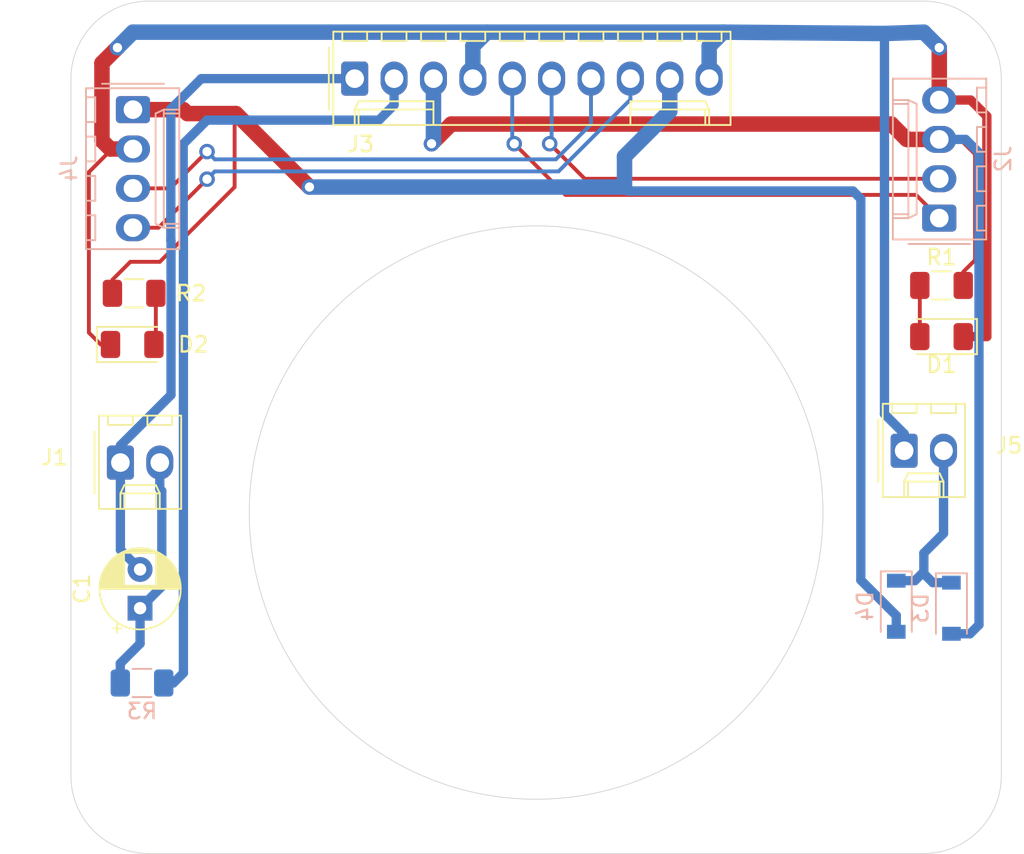
<source format=kicad_pcb>
(kicad_pcb (version 20171130) (host pcbnew "(5.1.5)-3")

  (general
    (thickness 1.6)
    (drawings 15)
    (tracks 135)
    (zones 0)
    (modules 17)
    (nets 14)
  )

  (page A4)
  (layers
    (0 F.Cu signal)
    (31 B.Cu signal)
    (32 B.Adhes user)
    (33 F.Adhes user)
    (34 B.Paste user)
    (35 F.Paste user)
    (36 B.SilkS user)
    (37 F.SilkS user)
    (38 B.Mask user)
    (39 F.Mask user)
    (40 Dwgs.User user)
    (41 Cmts.User user)
    (42 Eco1.User user)
    (43 Eco2.User user)
    (44 Edge.Cuts user)
    (45 Margin user)
    (46 B.CrtYd user)
    (47 F.CrtYd user)
    (48 B.Fab user)
    (49 F.Fab user)
  )

  (setup
    (last_trace_width 0.6)
    (user_trace_width 0.25)
    (user_trace_width 0.4)
    (user_trace_width 0.6)
    (user_trace_width 0.8)
    (user_trace_width 1)
    (trace_clearance 0.2)
    (zone_clearance 0.508)
    (zone_45_only no)
    (trace_min 0.2)
    (via_size 0.8)
    (via_drill 0.4)
    (via_min_size 0.4)
    (via_min_drill 0.3)
    (user_via 0.8 0.4)
    (user_via 1 0.6)
    (uvia_size 0.3)
    (uvia_drill 0.1)
    (uvias_allowed no)
    (uvia_min_size 0.2)
    (uvia_min_drill 0.1)
    (edge_width 0.05)
    (segment_width 0.2)
    (pcb_text_width 0.3)
    (pcb_text_size 1.5 1.5)
    (mod_edge_width 0.12)
    (mod_text_size 1 1)
    (mod_text_width 0.15)
    (pad_size 1.524 1.524)
    (pad_drill 0.762)
    (pad_to_mask_clearance 0.051)
    (solder_mask_min_width 0.25)
    (aux_axis_origin 0 0)
    (visible_elements 7FFFFFFF)
    (pcbplotparams
      (layerselection 0x010f0_ffffffff)
      (usegerberextensions false)
      (usegerberattributes false)
      (usegerberadvancedattributes false)
      (creategerberjobfile false)
      (excludeedgelayer true)
      (linewidth 0.100000)
      (plotframeref false)
      (viasonmask false)
      (mode 1)
      (useauxorigin false)
      (hpglpennumber 1)
      (hpglpenspeed 20)
      (hpglpendiameter 15.000000)
      (psnegative false)
      (psa4output false)
      (plotreference true)
      (plotvalue false)
      (plotinvisibletext false)
      (padsonsilk true)
      (subtractmaskfromsilk false)
      (outputformat 1)
      (mirror false)
      (drillshape 0)
      (scaleselection 1)
      (outputdirectory "gerber/"))
  )

  (net 0 "")
  (net 1 "Net-(C1-Pad1)")
  (net 2 /FAN-)
  (net 3 /HEAT1-A)
  (net 4 /HEAT1-B)
  (net 5 "Net-(D2-Pad2)")
  (net 6 /HEAT2-A)
  (net 7 /TEMP1-B)
  (net 8 /TEMP1-A)
  (net 9 /FAN+)
  (net 10 /TEMP2-A)
  (net 11 /TEMP2-B)
  (net 12 "Net-(D1-Pad2)")
  (net 13 "Net-(D3-Pad1)")

  (net_class Default "This is the default net class."
    (clearance 0.2)
    (trace_width 0.25)
    (via_dia 0.8)
    (via_drill 0.4)
    (uvia_dia 0.3)
    (uvia_drill 0.1)
    (add_net /FAN+)
    (add_net /FAN-)
    (add_net /HEAT1-A)
    (add_net /HEAT1-B)
    (add_net /HEAT2-A)
    (add_net /TEMP1-A)
    (add_net /TEMP1-B)
    (add_net /TEMP2-A)
    (add_net /TEMP2-B)
    (add_net "Net-(C1-Pad1)")
    (add_net "Net-(D1-Pad2)")
    (add_net "Net-(D2-Pad2)")
    (add_net "Net-(D3-Pad1)")
  )

  (module Diode_SMD:D_SOD-123 (layer B.Cu) (tedit 58645DC7) (tstamp 5E9119F6)
    (at 173.228 106.046 270)
    (descr SOD-123)
    (tags SOD-123)
    (path /5E910D10)
    (attr smd)
    (fp_text reference D4 (at 0 2 90) (layer B.SilkS)
      (effects (font (size 1 1) (thickness 0.15)) (justify mirror))
    )
    (fp_text value 1N4148W (at 0 -2.1 90) (layer B.Fab)
      (effects (font (size 1 1) (thickness 0.15)) (justify mirror))
    )
    (fp_line (start -2.25 1) (end 1.65 1) (layer B.SilkS) (width 0.12))
    (fp_line (start -2.25 -1) (end 1.65 -1) (layer B.SilkS) (width 0.12))
    (fp_line (start -2.35 1.15) (end -2.35 -1.15) (layer B.CrtYd) (width 0.05))
    (fp_line (start 2.35 -1.15) (end -2.35 -1.15) (layer B.CrtYd) (width 0.05))
    (fp_line (start 2.35 1.15) (end 2.35 -1.15) (layer B.CrtYd) (width 0.05))
    (fp_line (start -2.35 1.15) (end 2.35 1.15) (layer B.CrtYd) (width 0.05))
    (fp_line (start -1.4 0.9) (end 1.4 0.9) (layer B.Fab) (width 0.1))
    (fp_line (start 1.4 0.9) (end 1.4 -0.9) (layer B.Fab) (width 0.1))
    (fp_line (start 1.4 -0.9) (end -1.4 -0.9) (layer B.Fab) (width 0.1))
    (fp_line (start -1.4 -0.9) (end -1.4 0.9) (layer B.Fab) (width 0.1))
    (fp_line (start -0.75 0) (end -0.35 0) (layer B.Fab) (width 0.1))
    (fp_line (start -0.35 0) (end -0.35 0.55) (layer B.Fab) (width 0.1))
    (fp_line (start -0.35 0) (end -0.35 -0.55) (layer B.Fab) (width 0.1))
    (fp_line (start -0.35 0) (end 0.25 0.4) (layer B.Fab) (width 0.1))
    (fp_line (start 0.25 0.4) (end 0.25 -0.4) (layer B.Fab) (width 0.1))
    (fp_line (start 0.25 -0.4) (end -0.35 0) (layer B.Fab) (width 0.1))
    (fp_line (start 0.25 0) (end 0.75 0) (layer B.Fab) (width 0.1))
    (fp_line (start -2.25 1) (end -2.25 -1) (layer B.SilkS) (width 0.12))
    (fp_text user %R (at 0 2 90) (layer B.Fab)
      (effects (font (size 1 1) (thickness 0.15)) (justify mirror))
    )
    (pad 2 smd rect (at 1.65 0 270) (size 0.9 1.2) (layers B.Cu B.Paste B.Mask)
      (net 6 /HEAT2-A))
    (pad 1 smd rect (at -1.65 0 270) (size 0.9 1.2) (layers B.Cu B.Paste B.Mask)
      (net 13 "Net-(D3-Pad1)"))
    (model ${KISYS3DMOD}/Diode_SMD.3dshapes/D_SOD-123.wrl
      (at (xyz 0 0 0))
      (scale (xyz 1 1 1))
      (rotate (xyz 0 0 0))
    )
  )

  (module MountingHole:MountingHole_3.5mm (layer F.Cu) (tedit 56D1B4CB) (tstamp 5E9110B7)
    (at 134 116)
    (descr "Mounting Hole 3.5mm, no annular")
    (tags "mounting hole 3.5mm no annular")
    (attr virtual)
    (fp_text reference REF** (at 0 -4.5) (layer Dwgs.User)
      (effects (font (size 1 1) (thickness 0.15)))
    )
    (fp_text value MountingHole_3.5mm (at 0 4.5) (layer F.Fab)
      (effects (font (size 1 1) (thickness 0.15)))
    )
    (fp_circle (center 0 0) (end 3.75 0) (layer F.CrtYd) (width 0.05))
    (fp_circle (center 0 0) (end 3.5 0) (layer Cmts.User) (width 0.15))
    (fp_text user %R (at 0.3 0) (layer F.Fab)
      (effects (font (size 1 1) (thickness 0.15)))
    )
    (pad 1 np_thru_hole circle (at 0 0) (size 3.5 3.5) (drill 3.5) (layers *.Cu *.Mask))
  )

  (module MountingHole:MountingHole_3.5mm (layer F.Cu) (tedit 56D1B4CB) (tstamp 5E91109A)
    (at 166 116)
    (descr "Mounting Hole 3.5mm, no annular")
    (tags "mounting hole 3.5mm no annular")
    (attr virtual)
    (fp_text reference REF** (at 0 -4.5) (layer Dwgs.User)
      (effects (font (size 1 1) (thickness 0.15)))
    )
    (fp_text value MountingHole_3.5mm (at 0 4.5) (layer F.Fab)
      (effects (font (size 1 1) (thickness 0.15)))
    )
    (fp_circle (center 0 0) (end 3.75 0) (layer F.CrtYd) (width 0.05))
    (fp_circle (center 0 0) (end 3.5 0) (layer Cmts.User) (width 0.15))
    (fp_text user %R (at 0.3 0) (layer F.Fab)
      (effects (font (size 1 1) (thickness 0.15)))
    )
    (pad 1 np_thru_hole circle (at 0 0) (size 3.5 3.5) (drill 3.5) (layers *.Cu *.Mask))
  )

  (module MountingHole:MountingHole_3.5mm (layer F.Cu) (tedit 56D1B4CB) (tstamp 5E91107D)
    (at 166 84)
    (descr "Mounting Hole 3.5mm, no annular")
    (tags "mounting hole 3.5mm no annular")
    (attr virtual)
    (fp_text reference REF** (at 0 -4.5) (layer Dwgs.User)
      (effects (font (size 1 1) (thickness 0.15)))
    )
    (fp_text value MountingHole_3.5mm (at 0 4.5) (layer F.Fab)
      (effects (font (size 1 1) (thickness 0.15)))
    )
    (fp_circle (center 0 0) (end 3.75 0) (layer F.CrtYd) (width 0.05))
    (fp_circle (center 0 0) (end 3.5 0) (layer Cmts.User) (width 0.15))
    (fp_text user %R (at 0.3 0) (layer F.Fab)
      (effects (font (size 1 1) (thickness 0.15)))
    )
    (pad 1 np_thru_hole circle (at 0 0) (size 3.5 3.5) (drill 3.5) (layers *.Cu *.Mask))
  )

  (module MountingHole:MountingHole_3.5mm (layer F.Cu) (tedit 56D1B4CB) (tstamp 5E91105F)
    (at 134 84)
    (descr "Mounting Hole 3.5mm, no annular")
    (tags "mounting hole 3.5mm no annular")
    (attr virtual)
    (fp_text reference REF** (at 0 -4.5) (layer Dwgs.User)
      (effects (font (size 1 1) (thickness 0.15)))
    )
    (fp_text value MountingHole_3.5mm (at 0 4.5) (layer F.Fab)
      (effects (font (size 1 1) (thickness 0.15)))
    )
    (fp_circle (center 0 0) (end 3.75 0) (layer F.CrtYd) (width 0.05))
    (fp_circle (center 0 0) (end 3.5 0) (layer Cmts.User) (width 0.15))
    (fp_text user %R (at 0.3 0) (layer F.Fab)
      (effects (font (size 1 1) (thickness 0.15)))
    )
    (pad 1 np_thru_hole circle (at 0 0) (size 3.5 3.5) (drill 3.5) (layers *.Cu *.Mask))
  )

  (module Diode_SMD:D_SOD-123 (layer B.Cu) (tedit 58645DC7) (tstamp 5E9107CF)
    (at 176.784 106.172 270)
    (descr SOD-123)
    (tags SOD-123)
    (path /5E90DADB)
    (attr smd)
    (fp_text reference D3 (at 0 2 90) (layer B.SilkS)
      (effects (font (size 1 1) (thickness 0.15)) (justify mirror))
    )
    (fp_text value 1N4148W (at 0 -2.1 90) (layer B.Fab)
      (effects (font (size 1 1) (thickness 0.15)) (justify mirror))
    )
    (fp_text user %R (at 0 2 90) (layer B.Fab)
      (effects (font (size 1 1) (thickness 0.15)) (justify mirror))
    )
    (fp_line (start -2.25 1) (end -2.25 -1) (layer B.SilkS) (width 0.12))
    (fp_line (start 0.25 0) (end 0.75 0) (layer B.Fab) (width 0.1))
    (fp_line (start 0.25 -0.4) (end -0.35 0) (layer B.Fab) (width 0.1))
    (fp_line (start 0.25 0.4) (end 0.25 -0.4) (layer B.Fab) (width 0.1))
    (fp_line (start -0.35 0) (end 0.25 0.4) (layer B.Fab) (width 0.1))
    (fp_line (start -0.35 0) (end -0.35 -0.55) (layer B.Fab) (width 0.1))
    (fp_line (start -0.35 0) (end -0.35 0.55) (layer B.Fab) (width 0.1))
    (fp_line (start -0.75 0) (end -0.35 0) (layer B.Fab) (width 0.1))
    (fp_line (start -1.4 -0.9) (end -1.4 0.9) (layer B.Fab) (width 0.1))
    (fp_line (start 1.4 -0.9) (end -1.4 -0.9) (layer B.Fab) (width 0.1))
    (fp_line (start 1.4 0.9) (end 1.4 -0.9) (layer B.Fab) (width 0.1))
    (fp_line (start -1.4 0.9) (end 1.4 0.9) (layer B.Fab) (width 0.1))
    (fp_line (start -2.35 1.15) (end 2.35 1.15) (layer B.CrtYd) (width 0.05))
    (fp_line (start 2.35 1.15) (end 2.35 -1.15) (layer B.CrtYd) (width 0.05))
    (fp_line (start 2.35 -1.15) (end -2.35 -1.15) (layer B.CrtYd) (width 0.05))
    (fp_line (start -2.35 1.15) (end -2.35 -1.15) (layer B.CrtYd) (width 0.05))
    (fp_line (start -2.25 -1) (end 1.65 -1) (layer B.SilkS) (width 0.12))
    (fp_line (start -2.25 1) (end 1.65 1) (layer B.SilkS) (width 0.12))
    (pad 1 smd rect (at -1.65 0 270) (size 0.9 1.2) (layers B.Cu B.Paste B.Mask)
      (net 13 "Net-(D3-Pad1)"))
    (pad 2 smd rect (at 1.65 0 270) (size 0.9 1.2) (layers B.Cu B.Paste B.Mask)
      (net 3 /HEAT1-A))
    (model ${KISYS3DMOD}/Diode_SMD.3dshapes/D_SOD-123.wrl
      (at (xyz 0 0 0))
      (scale (xyz 1 1 1))
      (rotate (xyz 0 0 0))
    )
  )

  (module Connector_Molex:Molex_KK-254_AE-6410-02A_1x02_P2.54mm_Vertical (layer F.Cu) (tedit 5B78013E) (tstamp 5EA09D4A)
    (at 123.19 96.774)
    (descr "Molex KK-254 Interconnect System, old/engineering part number: AE-6410-02A example for new part number: 22-27-2021, 2 Pins (http://www.molex.com/pdm_docs/sd/022272021_sd.pdf), generated with kicad-footprint-generator")
    (tags "connector Molex KK-254 side entry")
    (path /5E8A752F)
    (fp_text reference J1 (at -4.25 -0.34) (layer F.SilkS)
      (effects (font (size 1 1) (thickness 0.15)))
    )
    (fp_text value Part-2 (at 1.27 4.08) (layer F.Fab)
      (effects (font (size 1 1) (thickness 0.15)))
    )
    (fp_text user %R (at 1.27 -2.22) (layer F.Fab)
      (effects (font (size 1 1) (thickness 0.15)))
    )
    (fp_line (start 4.31 -3.42) (end -1.77 -3.42) (layer F.CrtYd) (width 0.05))
    (fp_line (start 4.31 3.38) (end 4.31 -3.42) (layer F.CrtYd) (width 0.05))
    (fp_line (start -1.77 3.38) (end 4.31 3.38) (layer F.CrtYd) (width 0.05))
    (fp_line (start -1.77 -3.42) (end -1.77 3.38) (layer F.CrtYd) (width 0.05))
    (fp_line (start 3.34 -2.43) (end 3.34 -3.03) (layer F.SilkS) (width 0.12))
    (fp_line (start 1.74 -2.43) (end 3.34 -2.43) (layer F.SilkS) (width 0.12))
    (fp_line (start 1.74 -3.03) (end 1.74 -2.43) (layer F.SilkS) (width 0.12))
    (fp_line (start 0.8 -2.43) (end 0.8 -3.03) (layer F.SilkS) (width 0.12))
    (fp_line (start -0.8 -2.43) (end 0.8 -2.43) (layer F.SilkS) (width 0.12))
    (fp_line (start -0.8 -3.03) (end -0.8 -2.43) (layer F.SilkS) (width 0.12))
    (fp_line (start 2.29 2.99) (end 2.29 1.99) (layer F.SilkS) (width 0.12))
    (fp_line (start 0.25 2.99) (end 0.25 1.99) (layer F.SilkS) (width 0.12))
    (fp_line (start 2.29 1.46) (end 2.54 1.99) (layer F.SilkS) (width 0.12))
    (fp_line (start 0.25 1.46) (end 2.29 1.46) (layer F.SilkS) (width 0.12))
    (fp_line (start 0 1.99) (end 0.25 1.46) (layer F.SilkS) (width 0.12))
    (fp_line (start 2.54 1.99) (end 2.54 2.99) (layer F.SilkS) (width 0.12))
    (fp_line (start 0 1.99) (end 2.54 1.99) (layer F.SilkS) (width 0.12))
    (fp_line (start 0 2.99) (end 0 1.99) (layer F.SilkS) (width 0.12))
    (fp_line (start -0.562893 0) (end -1.27 0.5) (layer F.Fab) (width 0.1))
    (fp_line (start -1.27 -0.5) (end -0.562893 0) (layer F.Fab) (width 0.1))
    (fp_line (start -1.67 -2) (end -1.67 2) (layer F.SilkS) (width 0.12))
    (fp_line (start 3.92 -3.03) (end -1.38 -3.03) (layer F.SilkS) (width 0.12))
    (fp_line (start 3.92 2.99) (end 3.92 -3.03) (layer F.SilkS) (width 0.12))
    (fp_line (start -1.38 2.99) (end 3.92 2.99) (layer F.SilkS) (width 0.12))
    (fp_line (start -1.38 -3.03) (end -1.38 2.99) (layer F.SilkS) (width 0.12))
    (fp_line (start 3.81 -2.92) (end -1.27 -2.92) (layer F.Fab) (width 0.1))
    (fp_line (start 3.81 2.88) (end 3.81 -2.92) (layer F.Fab) (width 0.1))
    (fp_line (start -1.27 2.88) (end 3.81 2.88) (layer F.Fab) (width 0.1))
    (fp_line (start -1.27 -2.92) (end -1.27 2.88) (layer F.Fab) (width 0.1))
    (pad 2 thru_hole oval (at 2.54 0) (size 1.74 2.2) (drill 1.2) (layers *.Cu *.Mask)
      (net 1 "Net-(C1-Pad1)"))
    (pad 1 thru_hole roundrect (at 0 0) (size 1.74 2.2) (drill 1.2) (layers *.Cu *.Mask) (roundrect_rratio 0.143678)
      (net 2 /FAN-))
    (model ${KISYS3DMOD}/Connector_Molex.3dshapes/Molex_KK-254_AE-6410-02A_1x02_P2.54mm_Vertical.wrl
      (at (xyz 0 0 0))
      (scale (xyz 1 1 1))
      (rotate (xyz 0 0 0))
    )
  )

  (module Connector_Molex:Molex_KK-254_AE-6410-04A_1x04_P2.54mm_Vertical (layer B.Cu) (tedit 5B78013E) (tstamp 5E910870)
    (at 176 81 90)
    (descr "Molex KK-254 Interconnect System, old/engineering part number: AE-6410-04A example for new part number: 22-27-2041, 4 Pins (http://www.molex.com/pdm_docs/sd/022272021_sd.pdf), generated with kicad-footprint-generator")
    (tags "connector Molex KK-254 side entry")
    (path /5E93778F)
    (fp_text reference J2 (at 3.81 4.12 270) (layer B.SilkS)
      (effects (font (size 1 1) (thickness 0.15)) (justify mirror))
    )
    (fp_text value HEAT1 (at 3.81 -4.08 270) (layer B.Fab)
      (effects (font (size 1 1) (thickness 0.15)) (justify mirror))
    )
    (fp_line (start -1.27 2.92) (end -1.27 -2.88) (layer B.Fab) (width 0.1))
    (fp_line (start -1.27 -2.88) (end 8.89 -2.88) (layer B.Fab) (width 0.1))
    (fp_line (start 8.89 -2.88) (end 8.89 2.92) (layer B.Fab) (width 0.1))
    (fp_line (start 8.89 2.92) (end -1.27 2.92) (layer B.Fab) (width 0.1))
    (fp_line (start -1.38 3.03) (end -1.38 -2.99) (layer B.SilkS) (width 0.12))
    (fp_line (start -1.38 -2.99) (end 9 -2.99) (layer B.SilkS) (width 0.12))
    (fp_line (start 9 -2.99) (end 9 3.03) (layer B.SilkS) (width 0.12))
    (fp_line (start 9 3.03) (end -1.38 3.03) (layer B.SilkS) (width 0.12))
    (fp_line (start -1.67 2) (end -1.67 -2) (layer B.SilkS) (width 0.12))
    (fp_line (start -1.27 0.5) (end -0.562893 0) (layer B.Fab) (width 0.1))
    (fp_line (start -0.562893 0) (end -1.27 -0.5) (layer B.Fab) (width 0.1))
    (fp_line (start 0 -2.99) (end 0 -1.99) (layer B.SilkS) (width 0.12))
    (fp_line (start 0 -1.99) (end 7.62 -1.99) (layer B.SilkS) (width 0.12))
    (fp_line (start 7.62 -1.99) (end 7.62 -2.99) (layer B.SilkS) (width 0.12))
    (fp_line (start 0 -1.99) (end 0.25 -1.46) (layer B.SilkS) (width 0.12))
    (fp_line (start 0.25 -1.46) (end 7.37 -1.46) (layer B.SilkS) (width 0.12))
    (fp_line (start 7.37 -1.46) (end 7.62 -1.99) (layer B.SilkS) (width 0.12))
    (fp_line (start 0.25 -2.99) (end 0.25 -1.99) (layer B.SilkS) (width 0.12))
    (fp_line (start 7.37 -2.99) (end 7.37 -1.99) (layer B.SilkS) (width 0.12))
    (fp_line (start -0.8 3.03) (end -0.8 2.43) (layer B.SilkS) (width 0.12))
    (fp_line (start -0.8 2.43) (end 0.8 2.43) (layer B.SilkS) (width 0.12))
    (fp_line (start 0.8 2.43) (end 0.8 3.03) (layer B.SilkS) (width 0.12))
    (fp_line (start 1.74 3.03) (end 1.74 2.43) (layer B.SilkS) (width 0.12))
    (fp_line (start 1.74 2.43) (end 3.34 2.43) (layer B.SilkS) (width 0.12))
    (fp_line (start 3.34 2.43) (end 3.34 3.03) (layer B.SilkS) (width 0.12))
    (fp_line (start 4.28 3.03) (end 4.28 2.43) (layer B.SilkS) (width 0.12))
    (fp_line (start 4.28 2.43) (end 5.88 2.43) (layer B.SilkS) (width 0.12))
    (fp_line (start 5.88 2.43) (end 5.88 3.03) (layer B.SilkS) (width 0.12))
    (fp_line (start 6.82 3.03) (end 6.82 2.43) (layer B.SilkS) (width 0.12))
    (fp_line (start 6.82 2.43) (end 8.42 2.43) (layer B.SilkS) (width 0.12))
    (fp_line (start 8.42 2.43) (end 8.42 3.03) (layer B.SilkS) (width 0.12))
    (fp_line (start -1.77 3.42) (end -1.77 -3.38) (layer B.CrtYd) (width 0.05))
    (fp_line (start -1.77 -3.38) (end 9.39 -3.38) (layer B.CrtYd) (width 0.05))
    (fp_line (start 9.39 -3.38) (end 9.39 3.42) (layer B.CrtYd) (width 0.05))
    (fp_line (start 9.39 3.42) (end -1.77 3.42) (layer B.CrtYd) (width 0.05))
    (fp_text user %R (at 7.105999 -0.209999 270) (layer B.Fab)
      (effects (font (size 1 1) (thickness 0.15)) (justify mirror))
    )
    (pad 1 thru_hole roundrect (at 0 0 90) (size 1.74 2.2) (drill 1.2) (layers *.Cu *.Mask) (roundrect_rratio 0.143678)
      (net 8 /TEMP1-A))
    (pad 2 thru_hole oval (at 2.54 0 90) (size 1.74 2.2) (drill 1.2) (layers *.Cu *.Mask)
      (net 7 /TEMP1-B))
    (pad 3 thru_hole oval (at 5.08 0 90) (size 1.74 2.2) (drill 1.2) (layers *.Cu *.Mask)
      (net 3 /HEAT1-A))
    (pad 4 thru_hole oval (at 7.62 0 90) (size 1.74 2.2) (drill 1.2) (layers *.Cu *.Mask)
      (net 4 /HEAT1-B))
    (model ${KISYS3DMOD}/Connector_Molex.3dshapes/Molex_KK-254_AE-6410-04A_1x04_P2.54mm_Vertical.wrl
      (at (xyz 0 0 0))
      (scale (xyz 1 1 1))
      (rotate (xyz 0 0 0))
    )
  )

  (module Connector_Molex:Molex_KK-254_AE-6410-10A_1x10_P2.54mm_Vertical (layer F.Cu) (tedit 5B78013E) (tstamp 5E9108BA)
    (at 138.3 72)
    (descr "Molex KK-254 Interconnect System, old/engineering part number: AE-6410-10A example for new part number: 22-27-2101, 10 Pins (http://www.molex.com/pdm_docs/sd/022272021_sd.pdf), generated with kicad-footprint-generator")
    (tags "connector Molex KK-254 side entry")
    (path /5E89E17A)
    (fp_text reference J3 (at 0.388 4.232) (layer F.SilkS)
      (effects (font (size 1 1) (thickness 0.15)))
    )
    (fp_text value RemoteHeader_10 (at 11.43 4.08) (layer F.Fab)
      (effects (font (size 1 1) (thickness 0.15)))
    )
    (fp_line (start -1.27 -2.92) (end -1.27 2.88) (layer F.Fab) (width 0.1))
    (fp_line (start -1.27 2.88) (end 24.13 2.88) (layer F.Fab) (width 0.1))
    (fp_line (start 24.13 2.88) (end 24.13 -2.92) (layer F.Fab) (width 0.1))
    (fp_line (start 24.13 -2.92) (end -1.27 -2.92) (layer F.Fab) (width 0.1))
    (fp_line (start -1.38 -3.03) (end -1.38 2.99) (layer F.SilkS) (width 0.12))
    (fp_line (start -1.38 2.99) (end 24.24 2.99) (layer F.SilkS) (width 0.12))
    (fp_line (start 24.24 2.99) (end 24.24 -3.03) (layer F.SilkS) (width 0.12))
    (fp_line (start 24.24 -3.03) (end -1.38 -3.03) (layer F.SilkS) (width 0.12))
    (fp_line (start -1.67 -2) (end -1.67 2) (layer F.SilkS) (width 0.12))
    (fp_line (start -1.27 -0.5) (end -0.562893 0) (layer F.Fab) (width 0.1))
    (fp_line (start -0.562893 0) (end -1.27 0.5) (layer F.Fab) (width 0.1))
    (fp_line (start 0 2.99) (end 0 1.99) (layer F.SilkS) (width 0.12))
    (fp_line (start 0 1.99) (end 5.08 1.99) (layer F.SilkS) (width 0.12))
    (fp_line (start 5.08 1.99) (end 5.08 2.99) (layer F.SilkS) (width 0.12))
    (fp_line (start 0 1.99) (end 0.25 1.46) (layer F.SilkS) (width 0.12))
    (fp_line (start 0.25 1.46) (end 5.08 1.46) (layer F.SilkS) (width 0.12))
    (fp_line (start 5.08 1.46) (end 5.08 1.99) (layer F.SilkS) (width 0.12))
    (fp_line (start 0.25 2.99) (end 0.25 1.99) (layer F.SilkS) (width 0.12))
    (fp_line (start 22.86 2.99) (end 22.86 1.99) (layer F.SilkS) (width 0.12))
    (fp_line (start 22.86 1.99) (end 17.78 1.99) (layer F.SilkS) (width 0.12))
    (fp_line (start 17.78 1.99) (end 17.78 2.99) (layer F.SilkS) (width 0.12))
    (fp_line (start 22.86 1.99) (end 22.61 1.46) (layer F.SilkS) (width 0.12))
    (fp_line (start 22.61 1.46) (end 17.78 1.46) (layer F.SilkS) (width 0.12))
    (fp_line (start 17.78 1.46) (end 17.78 1.99) (layer F.SilkS) (width 0.12))
    (fp_line (start 22.61 2.99) (end 22.61 1.99) (layer F.SilkS) (width 0.12))
    (fp_line (start -0.8 -3.03) (end -0.8 -2.43) (layer F.SilkS) (width 0.12))
    (fp_line (start -0.8 -2.43) (end 0.8 -2.43) (layer F.SilkS) (width 0.12))
    (fp_line (start 0.8 -2.43) (end 0.8 -3.03) (layer F.SilkS) (width 0.12))
    (fp_line (start 1.74 -3.03) (end 1.74 -2.43) (layer F.SilkS) (width 0.12))
    (fp_line (start 1.74 -2.43) (end 3.34 -2.43) (layer F.SilkS) (width 0.12))
    (fp_line (start 3.34 -2.43) (end 3.34 -3.03) (layer F.SilkS) (width 0.12))
    (fp_line (start 4.28 -3.03) (end 4.28 -2.43) (layer F.SilkS) (width 0.12))
    (fp_line (start 4.28 -2.43) (end 5.88 -2.43) (layer F.SilkS) (width 0.12))
    (fp_line (start 5.88 -2.43) (end 5.88 -3.03) (layer F.SilkS) (width 0.12))
    (fp_line (start 6.82 -3.03) (end 6.82 -2.43) (layer F.SilkS) (width 0.12))
    (fp_line (start 6.82 -2.43) (end 8.42 -2.43) (layer F.SilkS) (width 0.12))
    (fp_line (start 8.42 -2.43) (end 8.42 -3.03) (layer F.SilkS) (width 0.12))
    (fp_line (start 9.36 -3.03) (end 9.36 -2.43) (layer F.SilkS) (width 0.12))
    (fp_line (start 9.36 -2.43) (end 10.96 -2.43) (layer F.SilkS) (width 0.12))
    (fp_line (start 10.96 -2.43) (end 10.96 -3.03) (layer F.SilkS) (width 0.12))
    (fp_line (start 11.9 -3.03) (end 11.9 -2.43) (layer F.SilkS) (width 0.12))
    (fp_line (start 11.9 -2.43) (end 13.5 -2.43) (layer F.SilkS) (width 0.12))
    (fp_line (start 13.5 -2.43) (end 13.5 -3.03) (layer F.SilkS) (width 0.12))
    (fp_line (start 14.44 -3.03) (end 14.44 -2.43) (layer F.SilkS) (width 0.12))
    (fp_line (start 14.44 -2.43) (end 16.04 -2.43) (layer F.SilkS) (width 0.12))
    (fp_line (start 16.04 -2.43) (end 16.04 -3.03) (layer F.SilkS) (width 0.12))
    (fp_line (start 16.98 -3.03) (end 16.98 -2.43) (layer F.SilkS) (width 0.12))
    (fp_line (start 16.98 -2.43) (end 18.58 -2.43) (layer F.SilkS) (width 0.12))
    (fp_line (start 18.58 -2.43) (end 18.58 -3.03) (layer F.SilkS) (width 0.12))
    (fp_line (start 19.52 -3.03) (end 19.52 -2.43) (layer F.SilkS) (width 0.12))
    (fp_line (start 19.52 -2.43) (end 21.12 -2.43) (layer F.SilkS) (width 0.12))
    (fp_line (start 21.12 -2.43) (end 21.12 -3.03) (layer F.SilkS) (width 0.12))
    (fp_line (start 22.06 -3.03) (end 22.06 -2.43) (layer F.SilkS) (width 0.12))
    (fp_line (start 22.06 -2.43) (end 23.66 -2.43) (layer F.SilkS) (width 0.12))
    (fp_line (start 23.66 -2.43) (end 23.66 -3.03) (layer F.SilkS) (width 0.12))
    (fp_line (start -1.77 -3.42) (end -1.77 3.38) (layer F.CrtYd) (width 0.05))
    (fp_line (start -1.77 3.38) (end 24.63 3.38) (layer F.CrtYd) (width 0.05))
    (fp_line (start 24.63 3.38) (end 24.63 -3.42) (layer F.CrtYd) (width 0.05))
    (fp_line (start 24.63 -3.42) (end -1.77 -3.42) (layer F.CrtYd) (width 0.05))
    (fp_text user %R (at 11.43 -2.22) (layer F.Fab)
      (effects (font (size 1 1) (thickness 0.15)))
    )
    (pad 1 thru_hole roundrect (at 0 0) (size 1.74 2.2) (drill 1.2) (layers *.Cu *.Mask) (roundrect_rratio 0.143678)
      (net 2 /FAN-))
    (pad 2 thru_hole oval (at 2.54 0) (size 1.74 2.2) (drill 1.2) (layers *.Cu *.Mask)
      (net 9 /FAN+))
    (pad 3 thru_hole oval (at 5.08 0) (size 1.74 2.2) (drill 1.2) (layers *.Cu *.Mask)
      (net 3 /HEAT1-A))
    (pad 4 thru_hole oval (at 7.62 0) (size 1.74 2.2) (drill 1.2) (layers *.Cu *.Mask)
      (net 4 /HEAT1-B))
    (pad 5 thru_hole oval (at 10.16 0) (size 1.74 2.2) (drill 1.2) (layers *.Cu *.Mask)
      (net 8 /TEMP1-A))
    (pad 6 thru_hole oval (at 12.7 0) (size 1.74 2.2) (drill 1.2) (layers *.Cu *.Mask)
      (net 7 /TEMP1-B))
    (pad 7 thru_hole oval (at 15.24 0) (size 1.74 2.2) (drill 1.2) (layers *.Cu *.Mask)
      (net 10 /TEMP2-A))
    (pad 8 thru_hole oval (at 17.78 0) (size 1.74 2.2) (drill 1.2) (layers *.Cu *.Mask)
      (net 11 /TEMP2-B))
    (pad 9 thru_hole oval (at 20.32 0) (size 1.74 2.2) (drill 1.2) (layers *.Cu *.Mask)
      (net 6 /HEAT2-A))
    (pad 10 thru_hole oval (at 22.86 0) (size 1.74 2.2) (drill 1.2) (layers *.Cu *.Mask)
      (net 4 /HEAT1-B))
    (model ${KISYS3DMOD}/Connector_Molex.3dshapes/Molex_KK-254_AE-6410-10A_1x10_P2.54mm_Vertical.wrl
      (at (xyz 0 0 0))
      (scale (xyz 1 1 1))
      (rotate (xyz 0 0 0))
    )
  )

  (module Connector_Molex:Molex_KK-254_AE-6410-04A_1x04_P2.54mm_Vertical (layer B.Cu) (tedit 5B78013E) (tstamp 5E9113F0)
    (at 124 74 270)
    (descr "Molex KK-254 Interconnect System, old/engineering part number: AE-6410-04A example for new part number: 22-27-2041, 4 Pins (http://www.molex.com/pdm_docs/sd/022272021_sd.pdf), generated with kicad-footprint-generator")
    (tags "connector Molex KK-254 side entry")
    (path /5E93AC82)
    (fp_text reference J4 (at 3.81 4.12 90) (layer B.SilkS)
      (effects (font (size 1 1) (thickness 0.15)) (justify mirror))
    )
    (fp_text value HEAT2 (at 3.81 -4.08 90) (layer B.Fab)
      (effects (font (size 1 1) (thickness 0.15)) (justify mirror))
    )
    (fp_text user %R (at 3.81 2.22 90) (layer B.Fab)
      (effects (font (size 1 1) (thickness 0.15)) (justify mirror))
    )
    (fp_line (start 9.39 3.42) (end -1.77 3.42) (layer B.CrtYd) (width 0.05))
    (fp_line (start 9.39 -3.38) (end 9.39 3.42) (layer B.CrtYd) (width 0.05))
    (fp_line (start -1.77 -3.38) (end 9.39 -3.38) (layer B.CrtYd) (width 0.05))
    (fp_line (start -1.77 3.42) (end -1.77 -3.38) (layer B.CrtYd) (width 0.05))
    (fp_line (start 8.42 2.43) (end 8.42 3.03) (layer B.SilkS) (width 0.12))
    (fp_line (start 6.82 2.43) (end 8.42 2.43) (layer B.SilkS) (width 0.12))
    (fp_line (start 6.82 3.03) (end 6.82 2.43) (layer B.SilkS) (width 0.12))
    (fp_line (start 5.88 2.43) (end 5.88 3.03) (layer B.SilkS) (width 0.12))
    (fp_line (start 4.28 2.43) (end 5.88 2.43) (layer B.SilkS) (width 0.12))
    (fp_line (start 4.28 3.03) (end 4.28 2.43) (layer B.SilkS) (width 0.12))
    (fp_line (start 3.34 2.43) (end 3.34 3.03) (layer B.SilkS) (width 0.12))
    (fp_line (start 1.74 2.43) (end 3.34 2.43) (layer B.SilkS) (width 0.12))
    (fp_line (start 1.74 3.03) (end 1.74 2.43) (layer B.SilkS) (width 0.12))
    (fp_line (start 0.8 2.43) (end 0.8 3.03) (layer B.SilkS) (width 0.12))
    (fp_line (start -0.8 2.43) (end 0.8 2.43) (layer B.SilkS) (width 0.12))
    (fp_line (start -0.8 3.03) (end -0.8 2.43) (layer B.SilkS) (width 0.12))
    (fp_line (start 7.37 -2.99) (end 7.37 -1.99) (layer B.SilkS) (width 0.12))
    (fp_line (start 0.25 -2.99) (end 0.25 -1.99) (layer B.SilkS) (width 0.12))
    (fp_line (start 7.37 -1.46) (end 7.62 -1.99) (layer B.SilkS) (width 0.12))
    (fp_line (start 0.25 -1.46) (end 7.37 -1.46) (layer B.SilkS) (width 0.12))
    (fp_line (start 0 -1.99) (end 0.25 -1.46) (layer B.SilkS) (width 0.12))
    (fp_line (start 7.62 -1.99) (end 7.62 -2.99) (layer B.SilkS) (width 0.12))
    (fp_line (start 0 -1.99) (end 7.62 -1.99) (layer B.SilkS) (width 0.12))
    (fp_line (start 0 -2.99) (end 0 -1.99) (layer B.SilkS) (width 0.12))
    (fp_line (start -0.562893 0) (end -1.27 -0.5) (layer B.Fab) (width 0.1))
    (fp_line (start -1.27 0.5) (end -0.562893 0) (layer B.Fab) (width 0.1))
    (fp_line (start -1.67 2) (end -1.67 -2) (layer B.SilkS) (width 0.12))
    (fp_line (start 9 3.03) (end -1.38 3.03) (layer B.SilkS) (width 0.12))
    (fp_line (start 9 -2.99) (end 9 3.03) (layer B.SilkS) (width 0.12))
    (fp_line (start -1.38 -2.99) (end 9 -2.99) (layer B.SilkS) (width 0.12))
    (fp_line (start -1.38 3.03) (end -1.38 -2.99) (layer B.SilkS) (width 0.12))
    (fp_line (start 8.89 2.92) (end -1.27 2.92) (layer B.Fab) (width 0.1))
    (fp_line (start 8.89 -2.88) (end 8.89 2.92) (layer B.Fab) (width 0.1))
    (fp_line (start -1.27 -2.88) (end 8.89 -2.88) (layer B.Fab) (width 0.1))
    (fp_line (start -1.27 2.92) (end -1.27 -2.88) (layer B.Fab) (width 0.1))
    (pad 4 thru_hole oval (at 7.62 0 270) (size 1.74 2.2) (drill 1.2) (layers *.Cu *.Mask)
      (net 11 /TEMP2-B))
    (pad 3 thru_hole oval (at 5.08 0 270) (size 1.74 2.2) (drill 1.2) (layers *.Cu *.Mask)
      (net 10 /TEMP2-A))
    (pad 2 thru_hole oval (at 2.54 0 270) (size 1.74 2.2) (drill 1.2) (layers *.Cu *.Mask)
      (net 4 /HEAT1-B))
    (pad 1 thru_hole roundrect (at 0 0 270) (size 1.74 2.2) (drill 1.2) (layers *.Cu *.Mask) (roundrect_rratio 0.143678)
      (net 6 /HEAT2-A))
    (model ${KISYS3DMOD}/Connector_Molex.3dshapes/Molex_KK-254_AE-6410-04A_1x04_P2.54mm_Vertical.wrl
      (at (xyz 0 0 0))
      (scale (xyz 1 1 1))
      (rotate (xyz 0 0 0))
    )
  )

  (module Connector_Molex:Molex_KK-254_AE-6410-02A_1x02_P2.54mm_Vertical (layer F.Cu) (tedit 5B78013E) (tstamp 5E91090A)
    (at 173.736 96.012)
    (descr "Molex KK-254 Interconnect System, old/engineering part number: AE-6410-02A example for new part number: 22-27-2021, 2 Pins (http://www.molex.com/pdm_docs/sd/022272021_sd.pdf), generated with kicad-footprint-generator")
    (tags "connector Molex KK-254 side entry")
    (path /5E8A74B8)
    (fp_text reference J5 (at 6.76 -0.34) (layer F.SilkS)
      (effects (font (size 1 1) (thickness 0.15)))
    )
    (fp_text value Cool-1 (at 1.27 4.08) (layer F.Fab)
      (effects (font (size 1 1) (thickness 0.15)))
    )
    (fp_line (start -1.27 -2.92) (end -1.27 2.88) (layer F.Fab) (width 0.1))
    (fp_line (start -1.27 2.88) (end 3.81 2.88) (layer F.Fab) (width 0.1))
    (fp_line (start 3.81 2.88) (end 3.81 -2.92) (layer F.Fab) (width 0.1))
    (fp_line (start 3.81 -2.92) (end -1.27 -2.92) (layer F.Fab) (width 0.1))
    (fp_line (start -1.38 -3.03) (end -1.38 2.99) (layer F.SilkS) (width 0.12))
    (fp_line (start -1.38 2.99) (end 3.92 2.99) (layer F.SilkS) (width 0.12))
    (fp_line (start 3.92 2.99) (end 3.92 -3.03) (layer F.SilkS) (width 0.12))
    (fp_line (start 3.92 -3.03) (end -1.38 -3.03) (layer F.SilkS) (width 0.12))
    (fp_line (start -1.67 -2) (end -1.67 2) (layer F.SilkS) (width 0.12))
    (fp_line (start -1.27 -0.5) (end -0.562893 0) (layer F.Fab) (width 0.1))
    (fp_line (start -0.562893 0) (end -1.27 0.5) (layer F.Fab) (width 0.1))
    (fp_line (start 0 2.99) (end 0 1.99) (layer F.SilkS) (width 0.12))
    (fp_line (start 0 1.99) (end 2.54 1.99) (layer F.SilkS) (width 0.12))
    (fp_line (start 2.54 1.99) (end 2.54 2.99) (layer F.SilkS) (width 0.12))
    (fp_line (start 0 1.99) (end 0.25 1.46) (layer F.SilkS) (width 0.12))
    (fp_line (start 0.25 1.46) (end 2.29 1.46) (layer F.SilkS) (width 0.12))
    (fp_line (start 2.29 1.46) (end 2.54 1.99) (layer F.SilkS) (width 0.12))
    (fp_line (start 0.25 2.99) (end 0.25 1.99) (layer F.SilkS) (width 0.12))
    (fp_line (start 2.29 2.99) (end 2.29 1.99) (layer F.SilkS) (width 0.12))
    (fp_line (start -0.8 -3.03) (end -0.8 -2.43) (layer F.SilkS) (width 0.12))
    (fp_line (start -0.8 -2.43) (end 0.8 -2.43) (layer F.SilkS) (width 0.12))
    (fp_line (start 0.8 -2.43) (end 0.8 -3.03) (layer F.SilkS) (width 0.12))
    (fp_line (start 1.74 -3.03) (end 1.74 -2.43) (layer F.SilkS) (width 0.12))
    (fp_line (start 1.74 -2.43) (end 3.34 -2.43) (layer F.SilkS) (width 0.12))
    (fp_line (start 3.34 -2.43) (end 3.34 -3.03) (layer F.SilkS) (width 0.12))
    (fp_line (start -1.77 -3.42) (end -1.77 3.38) (layer F.CrtYd) (width 0.05))
    (fp_line (start -1.77 3.38) (end 4.31 3.38) (layer F.CrtYd) (width 0.05))
    (fp_line (start 4.31 3.38) (end 4.31 -3.42) (layer F.CrtYd) (width 0.05))
    (fp_line (start 4.31 -3.42) (end -1.77 -3.42) (layer F.CrtYd) (width 0.05))
    (fp_text user %R (at 1.27 -2.22) (layer F.Fab)
      (effects (font (size 1 1) (thickness 0.15)))
    )
    (pad 1 thru_hole roundrect (at 0 0) (size 1.74 2.2) (drill 1.2) (layers *.Cu *.Mask) (roundrect_rratio 0.143678)
      (net 4 /HEAT1-B))
    (pad 2 thru_hole oval (at 2.54 0) (size 1.74 2.2) (drill 1.2) (layers *.Cu *.Mask)
      (net 13 "Net-(D3-Pad1)"))
    (model ${KISYS3DMOD}/Connector_Molex.3dshapes/Molex_KK-254_AE-6410-02A_1x02_P2.54mm_Vertical.wrl
      (at (xyz 0 0 0))
      (scale (xyz 1 1 1))
      (rotate (xyz 0 0 0))
    )
  )

  (module Resistor_SMD:R_1206_3216Metric (layer F.Cu) (tedit 5B301BBD) (tstamp 5E91091B)
    (at 176.146 85.344)
    (descr "Resistor SMD 1206 (3216 Metric), square (rectangular) end terminal, IPC_7351 nominal, (Body size source: http://www.tortai-tech.com/upload/download/2011102023233369053.pdf), generated with kicad-footprint-generator")
    (tags resistor)
    (path /5E8A0FF5)
    (attr smd)
    (fp_text reference R1 (at 0 -1.82) (layer F.SilkS)
      (effects (font (size 1 1) (thickness 0.15)))
    )
    (fp_text value 680 (at 0 1.82) (layer F.Fab)
      (effects (font (size 1 1) (thickness 0.15)))
    )
    (fp_line (start -1.6 0.8) (end -1.6 -0.8) (layer F.Fab) (width 0.1))
    (fp_line (start -1.6 -0.8) (end 1.6 -0.8) (layer F.Fab) (width 0.1))
    (fp_line (start 1.6 -0.8) (end 1.6 0.8) (layer F.Fab) (width 0.1))
    (fp_line (start 1.6 0.8) (end -1.6 0.8) (layer F.Fab) (width 0.1))
    (fp_line (start -0.602064 -0.91) (end 0.602064 -0.91) (layer F.SilkS) (width 0.12))
    (fp_line (start -0.602064 0.91) (end 0.602064 0.91) (layer F.SilkS) (width 0.12))
    (fp_line (start -2.28 1.12) (end -2.28 -1.12) (layer F.CrtYd) (width 0.05))
    (fp_line (start -2.28 -1.12) (end 2.28 -1.12) (layer F.CrtYd) (width 0.05))
    (fp_line (start 2.28 -1.12) (end 2.28 1.12) (layer F.CrtYd) (width 0.05))
    (fp_line (start 2.28 1.12) (end -2.28 1.12) (layer F.CrtYd) (width 0.05))
    (fp_text user %R (at 0 0) (layer F.Fab)
      (effects (font (size 0.8 0.8) (thickness 0.12)))
    )
    (pad 1 smd roundrect (at -1.4 0) (size 1.25 1.75) (layers F.Cu F.Paste F.Mask) (roundrect_rratio 0.2)
      (net 12 "Net-(D1-Pad2)"))
    (pad 2 smd roundrect (at 1.4 0) (size 1.25 1.75) (layers F.Cu F.Paste F.Mask) (roundrect_rratio 0.2)
      (net 3 /HEAT1-A))
    (model ${KISYS3DMOD}/Resistor_SMD.3dshapes/R_1206_3216Metric.wrl
      (at (xyz 0 0 0))
      (scale (xyz 1 1 1))
      (rotate (xyz 0 0 0))
    )
  )

  (module Resistor_SMD:R_1206_3216Metric (layer B.Cu) (tedit 5B301BBD) (tstamp 5EA08153)
    (at 124.584 110.998)
    (descr "Resistor SMD 1206 (3216 Metric), square (rectangular) end terminal, IPC_7351 nominal, (Body size source: http://www.tortai-tech.com/upload/download/2011102023233369053.pdf), generated with kicad-footprint-generator")
    (tags resistor)
    (path /5E8A1D6A)
    (attr smd)
    (fp_text reference R3 (at 0 1.82 180) (layer B.SilkS)
      (effects (font (size 1 1) (thickness 0.15)) (justify mirror))
    )
    (fp_text value 22 (at 0 -1.82 180) (layer B.Fab)
      (effects (font (size 1 1) (thickness 0.15)) (justify mirror))
    )
    (fp_line (start -1.6 -0.8) (end -1.6 0.8) (layer B.Fab) (width 0.1))
    (fp_line (start -1.6 0.8) (end 1.6 0.8) (layer B.Fab) (width 0.1))
    (fp_line (start 1.6 0.8) (end 1.6 -0.8) (layer B.Fab) (width 0.1))
    (fp_line (start 1.6 -0.8) (end -1.6 -0.8) (layer B.Fab) (width 0.1))
    (fp_line (start -0.602064 0.91) (end 0.602064 0.91) (layer B.SilkS) (width 0.12))
    (fp_line (start -0.602064 -0.91) (end 0.602064 -0.91) (layer B.SilkS) (width 0.12))
    (fp_line (start -2.28 -1.12) (end -2.28 1.12) (layer B.CrtYd) (width 0.05))
    (fp_line (start -2.28 1.12) (end 2.28 1.12) (layer B.CrtYd) (width 0.05))
    (fp_line (start 2.28 1.12) (end 2.28 -1.12) (layer B.CrtYd) (width 0.05))
    (fp_line (start 2.28 -1.12) (end -2.28 -1.12) (layer B.CrtYd) (width 0.05))
    (fp_text user %R (at 0 0 180) (layer B.Fab)
      (effects (font (size 0.8 0.8) (thickness 0.12)) (justify mirror))
    )
    (pad 1 smd roundrect (at -1.4 0) (size 1.25 1.75) (layers B.Cu B.Paste B.Mask) (roundrect_rratio 0.2)
      (net 1 "Net-(C1-Pad1)"))
    (pad 2 smd roundrect (at 1.4 0) (size 1.25 1.75) (layers B.Cu B.Paste B.Mask) (roundrect_rratio 0.2)
      (net 9 /FAN+))
    (model ${KISYS3DMOD}/Resistor_SMD.3dshapes/R_1206_3216Metric.wrl
      (at (xyz 0 0 0))
      (scale (xyz 1 1 1))
      (rotate (xyz 0 0 0))
    )
  )

  (module Resistor_SMD:R_1206_3216Metric (layer F.Cu) (tedit 5B301BBD) (tstamp 5E91093D)
    (at 124.076 85.852 180)
    (descr "Resistor SMD 1206 (3216 Metric), square (rectangular) end terminal, IPC_7351 nominal, (Body size source: http://www.tortai-tech.com/upload/download/2011102023233369053.pdf), generated with kicad-footprint-generator")
    (tags resistor)
    (path /5E8A16E9)
    (attr smd)
    (fp_text reference R2 (at -3.68 0 180) (layer F.SilkS)
      (effects (font (size 1 1) (thickness 0.15)))
    )
    (fp_text value 680 (at 0 1.82 180) (layer F.Fab)
      (effects (font (size 1 1) (thickness 0.15)))
    )
    (fp_text user %R (at 0 0 180) (layer F.Fab)
      (effects (font (size 0.8 0.8) (thickness 0.12)))
    )
    (fp_line (start 2.28 1.12) (end -2.28 1.12) (layer F.CrtYd) (width 0.05))
    (fp_line (start 2.28 -1.12) (end 2.28 1.12) (layer F.CrtYd) (width 0.05))
    (fp_line (start -2.28 -1.12) (end 2.28 -1.12) (layer F.CrtYd) (width 0.05))
    (fp_line (start -2.28 1.12) (end -2.28 -1.12) (layer F.CrtYd) (width 0.05))
    (fp_line (start -0.602064 0.91) (end 0.602064 0.91) (layer F.SilkS) (width 0.12))
    (fp_line (start -0.602064 -0.91) (end 0.602064 -0.91) (layer F.SilkS) (width 0.12))
    (fp_line (start 1.6 0.8) (end -1.6 0.8) (layer F.Fab) (width 0.1))
    (fp_line (start 1.6 -0.8) (end 1.6 0.8) (layer F.Fab) (width 0.1))
    (fp_line (start -1.6 -0.8) (end 1.6 -0.8) (layer F.Fab) (width 0.1))
    (fp_line (start -1.6 0.8) (end -1.6 -0.8) (layer F.Fab) (width 0.1))
    (pad 2 smd roundrect (at 1.4 0 180) (size 1.25 1.75) (layers F.Cu F.Paste F.Mask) (roundrect_rratio 0.2)
      (net 6 /HEAT2-A))
    (pad 1 smd roundrect (at -1.4 0 180) (size 1.25 1.75) (layers F.Cu F.Paste F.Mask) (roundrect_rratio 0.2)
      (net 5 "Net-(D2-Pad2)"))
    (model ${KISYS3DMOD}/Resistor_SMD.3dshapes/R_1206_3216Metric.wrl
      (at (xyz 0 0 0))
      (scale (xyz 1 1 1))
      (rotate (xyz 0 0 0))
    )
  )

  (module Capacitor_THT:CP_Radial_D5.0mm_P2.50mm (layer F.Cu) (tedit 5AE50EF0) (tstamp 5E9DF0C7)
    (at 124.46 106.172 90)
    (descr "CP, Radial series, Radial, pin pitch=2.50mm, , diameter=5mm, Electrolytic Capacitor")
    (tags "CP Radial series Radial pin pitch 2.50mm  diameter 5mm Electrolytic Capacitor")
    (path /5E8A2285)
    (fp_text reference C1 (at 1.25 -3.75 90) (layer F.SilkS)
      (effects (font (size 1 1) (thickness 0.15)))
    )
    (fp_text value "22uF 50V" (at 1.25 3.75 90) (layer F.Fab)
      (effects (font (size 1 1) (thickness 0.15)))
    )
    (fp_circle (center 1.25 0) (end 3.75 0) (layer F.Fab) (width 0.1))
    (fp_circle (center 1.25 0) (end 3.87 0) (layer F.SilkS) (width 0.12))
    (fp_circle (center 1.25 0) (end 4 0) (layer F.CrtYd) (width 0.05))
    (fp_line (start -0.883605 -1.0875) (end -0.383605 -1.0875) (layer F.Fab) (width 0.1))
    (fp_line (start -0.633605 -1.3375) (end -0.633605 -0.8375) (layer F.Fab) (width 0.1))
    (fp_line (start 1.25 -2.58) (end 1.25 2.58) (layer F.SilkS) (width 0.12))
    (fp_line (start 1.29 -2.58) (end 1.29 2.58) (layer F.SilkS) (width 0.12))
    (fp_line (start 1.33 -2.579) (end 1.33 2.579) (layer F.SilkS) (width 0.12))
    (fp_line (start 1.37 -2.578) (end 1.37 2.578) (layer F.SilkS) (width 0.12))
    (fp_line (start 1.41 -2.576) (end 1.41 2.576) (layer F.SilkS) (width 0.12))
    (fp_line (start 1.45 -2.573) (end 1.45 2.573) (layer F.SilkS) (width 0.12))
    (fp_line (start 1.49 -2.569) (end 1.49 -1.04) (layer F.SilkS) (width 0.12))
    (fp_line (start 1.49 1.04) (end 1.49 2.569) (layer F.SilkS) (width 0.12))
    (fp_line (start 1.53 -2.565) (end 1.53 -1.04) (layer F.SilkS) (width 0.12))
    (fp_line (start 1.53 1.04) (end 1.53 2.565) (layer F.SilkS) (width 0.12))
    (fp_line (start 1.57 -2.561) (end 1.57 -1.04) (layer F.SilkS) (width 0.12))
    (fp_line (start 1.57 1.04) (end 1.57 2.561) (layer F.SilkS) (width 0.12))
    (fp_line (start 1.61 -2.556) (end 1.61 -1.04) (layer F.SilkS) (width 0.12))
    (fp_line (start 1.61 1.04) (end 1.61 2.556) (layer F.SilkS) (width 0.12))
    (fp_line (start 1.65 -2.55) (end 1.65 -1.04) (layer F.SilkS) (width 0.12))
    (fp_line (start 1.65 1.04) (end 1.65 2.55) (layer F.SilkS) (width 0.12))
    (fp_line (start 1.69 -2.543) (end 1.69 -1.04) (layer F.SilkS) (width 0.12))
    (fp_line (start 1.69 1.04) (end 1.69 2.543) (layer F.SilkS) (width 0.12))
    (fp_line (start 1.73 -2.536) (end 1.73 -1.04) (layer F.SilkS) (width 0.12))
    (fp_line (start 1.73 1.04) (end 1.73 2.536) (layer F.SilkS) (width 0.12))
    (fp_line (start 1.77 -2.528) (end 1.77 -1.04) (layer F.SilkS) (width 0.12))
    (fp_line (start 1.77 1.04) (end 1.77 2.528) (layer F.SilkS) (width 0.12))
    (fp_line (start 1.81 -2.52) (end 1.81 -1.04) (layer F.SilkS) (width 0.12))
    (fp_line (start 1.81 1.04) (end 1.81 2.52) (layer F.SilkS) (width 0.12))
    (fp_line (start 1.85 -2.511) (end 1.85 -1.04) (layer F.SilkS) (width 0.12))
    (fp_line (start 1.85 1.04) (end 1.85 2.511) (layer F.SilkS) (width 0.12))
    (fp_line (start 1.89 -2.501) (end 1.89 -1.04) (layer F.SilkS) (width 0.12))
    (fp_line (start 1.89 1.04) (end 1.89 2.501) (layer F.SilkS) (width 0.12))
    (fp_line (start 1.93 -2.491) (end 1.93 -1.04) (layer F.SilkS) (width 0.12))
    (fp_line (start 1.93 1.04) (end 1.93 2.491) (layer F.SilkS) (width 0.12))
    (fp_line (start 1.971 -2.48) (end 1.971 -1.04) (layer F.SilkS) (width 0.12))
    (fp_line (start 1.971 1.04) (end 1.971 2.48) (layer F.SilkS) (width 0.12))
    (fp_line (start 2.011 -2.468) (end 2.011 -1.04) (layer F.SilkS) (width 0.12))
    (fp_line (start 2.011 1.04) (end 2.011 2.468) (layer F.SilkS) (width 0.12))
    (fp_line (start 2.051 -2.455) (end 2.051 -1.04) (layer F.SilkS) (width 0.12))
    (fp_line (start 2.051 1.04) (end 2.051 2.455) (layer F.SilkS) (width 0.12))
    (fp_line (start 2.091 -2.442) (end 2.091 -1.04) (layer F.SilkS) (width 0.12))
    (fp_line (start 2.091 1.04) (end 2.091 2.442) (layer F.SilkS) (width 0.12))
    (fp_line (start 2.131 -2.428) (end 2.131 -1.04) (layer F.SilkS) (width 0.12))
    (fp_line (start 2.131 1.04) (end 2.131 2.428) (layer F.SilkS) (width 0.12))
    (fp_line (start 2.171 -2.414) (end 2.171 -1.04) (layer F.SilkS) (width 0.12))
    (fp_line (start 2.171 1.04) (end 2.171 2.414) (layer F.SilkS) (width 0.12))
    (fp_line (start 2.211 -2.398) (end 2.211 -1.04) (layer F.SilkS) (width 0.12))
    (fp_line (start 2.211 1.04) (end 2.211 2.398) (layer F.SilkS) (width 0.12))
    (fp_line (start 2.251 -2.382) (end 2.251 -1.04) (layer F.SilkS) (width 0.12))
    (fp_line (start 2.251 1.04) (end 2.251 2.382) (layer F.SilkS) (width 0.12))
    (fp_line (start 2.291 -2.365) (end 2.291 -1.04) (layer F.SilkS) (width 0.12))
    (fp_line (start 2.291 1.04) (end 2.291 2.365) (layer F.SilkS) (width 0.12))
    (fp_line (start 2.331 -2.348) (end 2.331 -1.04) (layer F.SilkS) (width 0.12))
    (fp_line (start 2.331 1.04) (end 2.331 2.348) (layer F.SilkS) (width 0.12))
    (fp_line (start 2.371 -2.329) (end 2.371 -1.04) (layer F.SilkS) (width 0.12))
    (fp_line (start 2.371 1.04) (end 2.371 2.329) (layer F.SilkS) (width 0.12))
    (fp_line (start 2.411 -2.31) (end 2.411 -1.04) (layer F.SilkS) (width 0.12))
    (fp_line (start 2.411 1.04) (end 2.411 2.31) (layer F.SilkS) (width 0.12))
    (fp_line (start 2.451 -2.29) (end 2.451 -1.04) (layer F.SilkS) (width 0.12))
    (fp_line (start 2.451 1.04) (end 2.451 2.29) (layer F.SilkS) (width 0.12))
    (fp_line (start 2.491 -2.268) (end 2.491 -1.04) (layer F.SilkS) (width 0.12))
    (fp_line (start 2.491 1.04) (end 2.491 2.268) (layer F.SilkS) (width 0.12))
    (fp_line (start 2.531 -2.247) (end 2.531 -1.04) (layer F.SilkS) (width 0.12))
    (fp_line (start 2.531 1.04) (end 2.531 2.247) (layer F.SilkS) (width 0.12))
    (fp_line (start 2.571 -2.224) (end 2.571 -1.04) (layer F.SilkS) (width 0.12))
    (fp_line (start 2.571 1.04) (end 2.571 2.224) (layer F.SilkS) (width 0.12))
    (fp_line (start 2.611 -2.2) (end 2.611 -1.04) (layer F.SilkS) (width 0.12))
    (fp_line (start 2.611 1.04) (end 2.611 2.2) (layer F.SilkS) (width 0.12))
    (fp_line (start 2.651 -2.175) (end 2.651 -1.04) (layer F.SilkS) (width 0.12))
    (fp_line (start 2.651 1.04) (end 2.651 2.175) (layer F.SilkS) (width 0.12))
    (fp_line (start 2.691 -2.149) (end 2.691 -1.04) (layer F.SilkS) (width 0.12))
    (fp_line (start 2.691 1.04) (end 2.691 2.149) (layer F.SilkS) (width 0.12))
    (fp_line (start 2.731 -2.122) (end 2.731 -1.04) (layer F.SilkS) (width 0.12))
    (fp_line (start 2.731 1.04) (end 2.731 2.122) (layer F.SilkS) (width 0.12))
    (fp_line (start 2.771 -2.095) (end 2.771 -1.04) (layer F.SilkS) (width 0.12))
    (fp_line (start 2.771 1.04) (end 2.771 2.095) (layer F.SilkS) (width 0.12))
    (fp_line (start 2.811 -2.065) (end 2.811 -1.04) (layer F.SilkS) (width 0.12))
    (fp_line (start 2.811 1.04) (end 2.811 2.065) (layer F.SilkS) (width 0.12))
    (fp_line (start 2.851 -2.035) (end 2.851 -1.04) (layer F.SilkS) (width 0.12))
    (fp_line (start 2.851 1.04) (end 2.851 2.035) (layer F.SilkS) (width 0.12))
    (fp_line (start 2.891 -2.004) (end 2.891 -1.04) (layer F.SilkS) (width 0.12))
    (fp_line (start 2.891 1.04) (end 2.891 2.004) (layer F.SilkS) (width 0.12))
    (fp_line (start 2.931 -1.971) (end 2.931 -1.04) (layer F.SilkS) (width 0.12))
    (fp_line (start 2.931 1.04) (end 2.931 1.971) (layer F.SilkS) (width 0.12))
    (fp_line (start 2.971 -1.937) (end 2.971 -1.04) (layer F.SilkS) (width 0.12))
    (fp_line (start 2.971 1.04) (end 2.971 1.937) (layer F.SilkS) (width 0.12))
    (fp_line (start 3.011 -1.901) (end 3.011 -1.04) (layer F.SilkS) (width 0.12))
    (fp_line (start 3.011 1.04) (end 3.011 1.901) (layer F.SilkS) (width 0.12))
    (fp_line (start 3.051 -1.864) (end 3.051 -1.04) (layer F.SilkS) (width 0.12))
    (fp_line (start 3.051 1.04) (end 3.051 1.864) (layer F.SilkS) (width 0.12))
    (fp_line (start 3.091 -1.826) (end 3.091 -1.04) (layer F.SilkS) (width 0.12))
    (fp_line (start 3.091 1.04) (end 3.091 1.826) (layer F.SilkS) (width 0.12))
    (fp_line (start 3.131 -1.785) (end 3.131 -1.04) (layer F.SilkS) (width 0.12))
    (fp_line (start 3.131 1.04) (end 3.131 1.785) (layer F.SilkS) (width 0.12))
    (fp_line (start 3.171 -1.743) (end 3.171 -1.04) (layer F.SilkS) (width 0.12))
    (fp_line (start 3.171 1.04) (end 3.171 1.743) (layer F.SilkS) (width 0.12))
    (fp_line (start 3.211 -1.699) (end 3.211 -1.04) (layer F.SilkS) (width 0.12))
    (fp_line (start 3.211 1.04) (end 3.211 1.699) (layer F.SilkS) (width 0.12))
    (fp_line (start 3.251 -1.653) (end 3.251 -1.04) (layer F.SilkS) (width 0.12))
    (fp_line (start 3.251 1.04) (end 3.251 1.653) (layer F.SilkS) (width 0.12))
    (fp_line (start 3.291 -1.605) (end 3.291 -1.04) (layer F.SilkS) (width 0.12))
    (fp_line (start 3.291 1.04) (end 3.291 1.605) (layer F.SilkS) (width 0.12))
    (fp_line (start 3.331 -1.554) (end 3.331 -1.04) (layer F.SilkS) (width 0.12))
    (fp_line (start 3.331 1.04) (end 3.331 1.554) (layer F.SilkS) (width 0.12))
    (fp_line (start 3.371 -1.5) (end 3.371 -1.04) (layer F.SilkS) (width 0.12))
    (fp_line (start 3.371 1.04) (end 3.371 1.5) (layer F.SilkS) (width 0.12))
    (fp_line (start 3.411 -1.443) (end 3.411 -1.04) (layer F.SilkS) (width 0.12))
    (fp_line (start 3.411 1.04) (end 3.411 1.443) (layer F.SilkS) (width 0.12))
    (fp_line (start 3.451 -1.383) (end 3.451 -1.04) (layer F.SilkS) (width 0.12))
    (fp_line (start 3.451 1.04) (end 3.451 1.383) (layer F.SilkS) (width 0.12))
    (fp_line (start 3.491 -1.319) (end 3.491 -1.04) (layer F.SilkS) (width 0.12))
    (fp_line (start 3.491 1.04) (end 3.491 1.319) (layer F.SilkS) (width 0.12))
    (fp_line (start 3.531 -1.251) (end 3.531 -1.04) (layer F.SilkS) (width 0.12))
    (fp_line (start 3.531 1.04) (end 3.531 1.251) (layer F.SilkS) (width 0.12))
    (fp_line (start 3.571 -1.178) (end 3.571 1.178) (layer F.SilkS) (width 0.12))
    (fp_line (start 3.611 -1.098) (end 3.611 1.098) (layer F.SilkS) (width 0.12))
    (fp_line (start 3.651 -1.011) (end 3.651 1.011) (layer F.SilkS) (width 0.12))
    (fp_line (start 3.691 -0.915) (end 3.691 0.915) (layer F.SilkS) (width 0.12))
    (fp_line (start 3.731 -0.805) (end 3.731 0.805) (layer F.SilkS) (width 0.12))
    (fp_line (start 3.771 -0.677) (end 3.771 0.677) (layer F.SilkS) (width 0.12))
    (fp_line (start 3.811 -0.518) (end 3.811 0.518) (layer F.SilkS) (width 0.12))
    (fp_line (start 3.851 -0.284) (end 3.851 0.284) (layer F.SilkS) (width 0.12))
    (fp_line (start -1.554775 -1.475) (end -1.054775 -1.475) (layer F.SilkS) (width 0.12))
    (fp_line (start -1.304775 -1.725) (end -1.304775 -1.225) (layer F.SilkS) (width 0.12))
    (fp_text user %R (at 1.25 0 90) (layer F.Fab)
      (effects (font (size 1 1) (thickness 0.15)))
    )
    (pad 1 thru_hole rect (at 0 0 90) (size 1.6 1.6) (drill 0.8) (layers *.Cu *.Mask)
      (net 1 "Net-(C1-Pad1)"))
    (pad 2 thru_hole circle (at 2.5 0 90) (size 1.6 1.6) (drill 0.8) (layers *.Cu *.Mask)
      (net 2 /FAN-))
    (model ${KISYS3DMOD}/Capacitor_THT.3dshapes/CP_Radial_D5.0mm_P2.50mm.wrl
      (at (xyz 0 0 0))
      (scale (xyz 1 1 1))
      (rotate (xyz 0 0 0))
    )
  )

  (module LED_SMD:LED_1206_3216Metric (layer F.Cu) (tedit 5B301BBE) (tstamp 5E9DFABD)
    (at 176.146 88.646 180)
    (descr "LED SMD 1206 (3216 Metric), square (rectangular) end terminal, IPC_7351 nominal, (Body size source: http://www.tortai-tech.com/upload/download/2011102023233369053.pdf), generated with kicad-footprint-generator")
    (tags diode)
    (path /5E8A291F)
    (attr smd)
    (fp_text reference D1 (at 0 -1.82) (layer F.SilkS)
      (effects (font (size 1 1) (thickness 0.15)))
    )
    (fp_text value LED (at 0 1.82) (layer F.Fab)
      (effects (font (size 1 1) (thickness 0.15)))
    )
    (fp_line (start 1.6 -0.8) (end -1.2 -0.8) (layer F.Fab) (width 0.1))
    (fp_line (start -1.2 -0.8) (end -1.6 -0.4) (layer F.Fab) (width 0.1))
    (fp_line (start -1.6 -0.4) (end -1.6 0.8) (layer F.Fab) (width 0.1))
    (fp_line (start -1.6 0.8) (end 1.6 0.8) (layer F.Fab) (width 0.1))
    (fp_line (start 1.6 0.8) (end 1.6 -0.8) (layer F.Fab) (width 0.1))
    (fp_line (start 1.6 -1.135) (end -2.285 -1.135) (layer F.SilkS) (width 0.12))
    (fp_line (start -2.285 -1.135) (end -2.285 1.135) (layer F.SilkS) (width 0.12))
    (fp_line (start -2.285 1.135) (end 1.6 1.135) (layer F.SilkS) (width 0.12))
    (fp_line (start -2.28 1.12) (end -2.28 -1.12) (layer F.CrtYd) (width 0.05))
    (fp_line (start -2.28 -1.12) (end 2.28 -1.12) (layer F.CrtYd) (width 0.05))
    (fp_line (start 2.28 -1.12) (end 2.28 1.12) (layer F.CrtYd) (width 0.05))
    (fp_line (start 2.28 1.12) (end -2.28 1.12) (layer F.CrtYd) (width 0.05))
    (fp_text user %R (at 0 0) (layer F.Fab)
      (effects (font (size 0.8 0.8) (thickness 0.12)))
    )
    (pad 1 smd roundrect (at -1.4 0 180) (size 1.25 1.75) (layers F.Cu F.Paste F.Mask) (roundrect_rratio 0.2)
      (net 4 /HEAT1-B))
    (pad 2 smd roundrect (at 1.4 0 180) (size 1.25 1.75) (layers F.Cu F.Paste F.Mask) (roundrect_rratio 0.2)
      (net 12 "Net-(D1-Pad2)"))
    (model ${KISYS3DMOD}/LED_SMD.3dshapes/LED_1206_3216Metric.wrl
      (at (xyz 0 0 0))
      (scale (xyz 1 1 1))
      (rotate (xyz 0 0 0))
    )
  )

  (module LED_SMD:LED_1206_3216Metric (layer F.Cu) (tedit 5B301BBE) (tstamp 5E9DFACF)
    (at 123.952 89.154)
    (descr "LED SMD 1206 (3216 Metric), square (rectangular) end terminal, IPC_7351 nominal, (Body size source: http://www.tortai-tech.com/upload/download/2011102023233369053.pdf), generated with kicad-footprint-generator")
    (tags diode)
    (path /5E8A3941)
    (attr smd)
    (fp_text reference D2 (at 3.94 0) (layer F.SilkS)
      (effects (font (size 1 1) (thickness 0.15)))
    )
    (fp_text value LED (at 0 1.82) (layer F.Fab)
      (effects (font (size 1 1) (thickness 0.15)))
    )
    (fp_text user %R (at 0 0) (layer F.Fab)
      (effects (font (size 0.8 0.8) (thickness 0.12)))
    )
    (fp_line (start 2.28 1.12) (end -2.28 1.12) (layer F.CrtYd) (width 0.05))
    (fp_line (start 2.28 -1.12) (end 2.28 1.12) (layer F.CrtYd) (width 0.05))
    (fp_line (start -2.28 -1.12) (end 2.28 -1.12) (layer F.CrtYd) (width 0.05))
    (fp_line (start -2.28 1.12) (end -2.28 -1.12) (layer F.CrtYd) (width 0.05))
    (fp_line (start -2.285 1.135) (end 1.6 1.135) (layer F.SilkS) (width 0.12))
    (fp_line (start -2.285 -1.135) (end -2.285 1.135) (layer F.SilkS) (width 0.12))
    (fp_line (start 1.6 -1.135) (end -2.285 -1.135) (layer F.SilkS) (width 0.12))
    (fp_line (start 1.6 0.8) (end 1.6 -0.8) (layer F.Fab) (width 0.1))
    (fp_line (start -1.6 0.8) (end 1.6 0.8) (layer F.Fab) (width 0.1))
    (fp_line (start -1.6 -0.4) (end -1.6 0.8) (layer F.Fab) (width 0.1))
    (fp_line (start -1.2 -0.8) (end -1.6 -0.4) (layer F.Fab) (width 0.1))
    (fp_line (start 1.6 -0.8) (end -1.2 -0.8) (layer F.Fab) (width 0.1))
    (pad 2 smd roundrect (at 1.4 0) (size 1.25 1.75) (layers F.Cu F.Paste F.Mask) (roundrect_rratio 0.2)
      (net 5 "Net-(D2-Pad2)"))
    (pad 1 smd roundrect (at -1.4 0) (size 1.25 1.75) (layers F.Cu F.Paste F.Mask) (roundrect_rratio 0.2)
      (net 4 /HEAT1-B))
    (model ${KISYS3DMOD}/LED_SMD.3dshapes/LED_1206_3216Metric.wrl
      (at (xyz 0 0 0))
      (scale (xyz 1 1 1))
      (rotate (xyz 0 0 0))
    )
  )

  (gr_line (start 130 120) (end 130 80) (layer Dwgs.User) (width 0.15) (tstamp 5E9DF4DC))
  (gr_line (start 170 120) (end 130 120) (layer Dwgs.User) (width 0.15))
  (gr_line (start 170 80) (end 170 120) (layer Dwgs.User) (width 0.15))
  (gr_line (start 130 80) (end 170 80) (layer Dwgs.User) (width 0.15))
  (gr_arc (start 175 117) (end 175 122) (angle -90) (layer Edge.Cuts) (width 0.05))
  (gr_arc (start 125 117) (end 120 117) (angle -90) (layer Edge.Cuts) (width 0.05))
  (gr_arc (start 125 72) (end 125 67) (angle -90) (layer Edge.Cuts) (width 0.05))
  (gr_arc (start 175 72) (end 180 72) (angle -90) (layer Edge.Cuts) (width 0.05))
  (gr_line (start 150 100) (end 115.5 100) (layer Dwgs.User) (width 0.15))
  (gr_line (start 150 100) (end 150 67) (layer Dwgs.User) (width 0.15))
  (gr_circle (center 150 100) (end 168.5 100) (layer Edge.Cuts) (width 0.05))
  (gr_line (start 120 117) (end 120 72) (layer Edge.Cuts) (width 0.05) (tstamp 5E910DDF))
  (gr_line (start 175 122) (end 125 122) (layer Edge.Cuts) (width 0.05) (tstamp 5E9DF8DB))
  (gr_line (start 180 72) (end 180 117) (layer Edge.Cuts) (width 0.05))
  (gr_line (start 125 67) (end 175 67) (layer Edge.Cuts) (width 0.05))

  (segment (start 124.46 106.172) (end 124.46 108.458) (width 0.6) (layer B.Cu) (net 1) (status 10))
  (segment (start 123.184 109.734) (end 123.184 110.998) (width 0.6) (layer B.Cu) (net 1) (status 20))
  (segment (start 124.46 108.458) (end 123.184 109.734) (width 0.6) (layer B.Cu) (net 1))
  (segment (start 125.73 98.474) (end 125.86 98.604) (width 0.6) (layer B.Cu) (net 1))
  (segment (start 125.86 98.604) (end 125.86 104.772) (width 0.6) (layer B.Cu) (net 1))
  (segment (start 125.73 96.774) (end 125.73 98.474) (width 0.6) (layer B.Cu) (net 1) (status 10))
  (segment (start 125.86 104.772) (end 124.46 106.172) (width 0.6) (layer B.Cu) (net 1) (status 20))
  (segment (start 123.19 102.402) (end 124.46 103.672) (width 0.6) (layer B.Cu) (net 2) (status 20))
  (segment (start 123.19 96.774) (end 123.19 102.402) (width 0.6) (layer B.Cu) (net 2) (status 10))
  (segment (start 123.19 95.674) (end 123.19 96.774) (width 0.6) (layer B.Cu) (net 2))
  (segment (start 126.453989 92.410011) (end 123.19 95.674) (width 0.6) (layer B.Cu) (net 2))
  (segment (start 128.406 72) (end 126.441752 73.964248) (width 0.6) (layer B.Cu) (net 2))
  (segment (start 138.3 72) (end 128.406 72) (width 0.6) (layer B.Cu) (net 2))
  (segment (start 126.441752 73.964248) (end 126.441752 82.431375) (width 0.6) (layer B.Cu) (net 2))
  (segment (start 126.441752 82.431375) (end 126.453989 82.443612) (width 0.6) (layer B.Cu) (net 2))
  (segment (start 126.453989 82.443612) (end 126.453989 92.410011) (width 0.6) (layer B.Cu) (net 2))
  (segment (start 177.546 84.469) (end 178.308 83.707) (width 0.25) (layer F.Cu) (net 3) (status 10))
  (segment (start 178.308 76.878) (end 177.35 75.92) (width 0.25) (layer F.Cu) (net 3))
  (segment (start 177.35 75.92) (end 176 75.92) (width 0.25) (layer F.Cu) (net 3) (status 20))
  (segment (start 178.308 83.707) (end 178.308 76.878) (width 0.25) (layer F.Cu) (net 3))
  (segment (start 177.984 107.822) (end 178.562 107.244) (width 0.6) (layer B.Cu) (net 3))
  (segment (start 176.784 107.822) (end 177.984 107.822) (width 0.6) (layer B.Cu) (net 3) (status 10))
  (segment (start 177.7 75.92) (end 176 75.92) (width 0.6) (layer B.Cu) (net 3) (status 20))
  (segment (start 178.562 76.782) (end 177.7 75.92) (width 0.6) (layer B.Cu) (net 3))
  (segment (start 178.562 107.244) (end 178.562 76.782) (width 0.6) (layer B.Cu) (net 3))
  (via (at 143.256 76.2) (size 1) (drill 0.6) (layers F.Cu B.Cu) (net 3))
  (segment (start 143.38 72) (end 143.38 76.076) (width 1) (layer B.Cu) (net 3))
  (segment (start 143.38 76.076) (end 143.256 76.2) (width 1) (layer B.Cu) (net 3))
  (segment (start 143.755999 75.700001) (end 143.256 76.2) (width 1) (layer F.Cu) (net 3))
  (segment (start 144.526 74.93) (end 143.755999 75.700001) (width 1) (layer F.Cu) (net 3))
  (segment (start 172.91 74.93) (end 144.526 74.93) (width 1) (layer F.Cu) (net 3))
  (segment (start 176 75.92) (end 173.9 75.92) (width 1) (layer F.Cu) (net 3))
  (segment (start 173.9 75.92) (end 172.91 74.93) (width 1) (layer F.Cu) (net 3))
  (segment (start 161.16 69.9) (end 162.06 69) (width 1) (layer B.Cu) (net 4))
  (segment (start 161.16 72) (end 161.16 69.9) (width 1) (layer B.Cu) (net 4) (status 10))
  (via (at 176 70) (size 1) (drill 0.6) (layers F.Cu B.Cu) (net 4))
  (segment (start 175 69) (end 176 70) (width 1) (layer B.Cu) (net 4))
  (segment (start 176 70) (end 176 73.38) (width 1) (layer F.Cu) (net 4) (status 20))
  (segment (start 146.82 69) (end 162.06 69) (width 1) (layer B.Cu) (net 4))
  (segment (start 145.92 69.9) (end 146.82 69) (width 1) (layer B.Cu) (net 4))
  (segment (start 145.92 72) (end 145.92 69.9) (width 1) (layer B.Cu) (net 4) (status 10))
  (segment (start 124 76.54) (end 122.54 76.54) (width 1) (layer F.Cu) (net 4) (status 10))
  (segment (start 124 69) (end 123 70) (width 1) (layer B.Cu) (net 4))
  (segment (start 146.82 69) (end 124 69) (width 1) (layer B.Cu) (net 4))
  (via (at 123 70) (size 1) (drill 0.6) (layers F.Cu B.Cu) (net 4))
  (segment (start 122 71) (end 123 70) (width 1) (layer F.Cu) (net 4))
  (segment (start 122 76) (end 122 71) (width 1) (layer F.Cu) (net 4))
  (segment (start 122.54 76.54) (end 122 76) (width 1) (layer F.Cu) (net 4))
  (segment (start 176 73.38) (end 177.35 73.38) (width 0.25) (layer F.Cu) (net 4) (status 10))
  (segment (start 178.816 82.296) (end 178.816 82.804) (width 0.25) (layer F.Cu) (net 4))
  (segment (start 178.028 73.38) (end 176 73.38) (width 0.6) (layer F.Cu) (net 4) (status 20))
  (segment (start 179.07 74.422) (end 178.028 73.38) (width 0.6) (layer F.Cu) (net 4))
  (segment (start 173.736 96.012) (end 173.736 94.912) (width 0.6) (layer F.Cu) (net 4) (status 30))
  (segment (start 177.546 88.646) (end 179.07 88.646) (width 0.6) (layer F.Cu) (net 4) (status 10))
  (segment (start 179.07 88.646) (end 179.07 74.422) (width 0.6) (layer F.Cu) (net 4))
  (segment (start 172.466 93.642) (end 172.466 69.088) (width 0.6) (layer B.Cu) (net 4))
  (segment (start 173.736 94.912) (end 172.466 93.642) (width 0.6) (layer B.Cu) (net 4))
  (segment (start 173.736 96.012) (end 173.736 94.912) (width 0.6) (layer B.Cu) (net 4))
  (segment (start 162.06 69) (end 172.466 69.088) (width 1) (layer B.Cu) (net 4))
  (segment (start 172.466 69.088) (end 175 69) (width 1) (layer B.Cu) (net 4))
  (segment (start 121.158 78.032) (end 122.65 76.54) (width 0.25) (layer F.Cu) (net 4))
  (segment (start 121.158 88.392) (end 121.158 78.032) (width 0.25) (layer F.Cu) (net 4))
  (segment (start 122.65 76.54) (end 124 76.54) (width 0.25) (layer F.Cu) (net 4))
  (segment (start 122.552 89.154) (end 121.92 89.154) (width 0.25) (layer F.Cu) (net 4))
  (segment (start 121.92 89.154) (end 121.158 88.392) (width 0.25) (layer F.Cu) (net 4))
  (segment (start 125.476 85.852) (end 125.476 89.408) (width 0.25) (layer F.Cu) (net 5) (status 30))
  (segment (start 155.702 77.018) (end 155.702 78.994) (width 1) (layer B.Cu) (net 6))
  (segment (start 158.62 72) (end 158.62 74.1) (width 1) (layer B.Cu) (net 6))
  (segment (start 158.62 74.1) (end 155.702 77.018) (width 1) (layer B.Cu) (net 6))
  (segment (start 155.956 79.248) (end 155.702 78.994) (width 0.6) (layer B.Cu) (net 6))
  (segment (start 173.228 106.646) (end 170.942 104.36) (width 0.6) (layer B.Cu) (net 6))
  (segment (start 173.228 107.696) (end 173.228 106.646) (width 0.6) (layer B.Cu) (net 6))
  (segment (start 170.942 104.36) (end 170.942 79.756) (width 0.6) (layer B.Cu) (net 6))
  (segment (start 170.434 79.248) (end 155.956 79.248) (width 0.6) (layer B.Cu) (net 6))
  (segment (start 170.942 79.756) (end 170.434 79.248) (width 0.6) (layer B.Cu) (net 6))
  (segment (start 155.702 78.994) (end 135.381994 78.994) (width 1) (layer B.Cu) (net 6))
  (via (at 135.381994 78.994) (size 1) (drill 0.6) (layers F.Cu B.Cu) (net 6))
  (segment (start 127.508006 74.254006) (end 130.642 74.254006) (width 1) (layer F.Cu) (net 6))
  (segment (start 124 74) (end 127.254 74) (width 1) (layer F.Cu) (net 6))
  (segment (start 127.254 74) (end 127.508006 74.254006) (width 1) (layer F.Cu) (net 6))
  (segment (start 134.881995 78.494001) (end 135.381994 78.994) (width 1) (layer F.Cu) (net 6))
  (segment (start 130.642 74.254006) (end 134.881995 78.494001) (width 1) (layer F.Cu) (net 6))
  (segment (start 130.556 74.340006) (end 130.642 74.254006) (width 0.25) (layer F.Cu) (net 6))
  (segment (start 122.676 85.852) (end 122.676 84.977) (width 0.25) (layer F.Cu) (net 6))
  (segment (start 123.833 83.82) (end 125.73 83.82) (width 0.25) (layer F.Cu) (net 6))
  (segment (start 122.676 84.977) (end 123.833 83.82) (width 0.25) (layer F.Cu) (net 6))
  (segment (start 130.556 78.994) (end 130.556 74.340006) (width 0.25) (layer F.Cu) (net 6))
  (segment (start 125.73 83.82) (end 130.556 78.994) (width 0.25) (layer F.Cu) (net 6))
  (segment (start 151 72) (end 151 76.076) (width 0.25) (layer B.Cu) (net 7))
  (segment (start 153.136 78.46) (end 151.375999 76.699999) (width 0.25) (layer F.Cu) (net 7))
  (segment (start 151.375999 76.699999) (end 150.876 76.2) (width 0.25) (layer F.Cu) (net 7))
  (via (at 150.876 76.2) (size 1) (drill 0.6) (layers F.Cu B.Cu) (net 7))
  (segment (start 151 76.076) (end 150.876 76.2) (width 0.25) (layer B.Cu) (net 7))
  (segment (start 176 78.46) (end 153.136 78.46) (width 0.25) (layer F.Cu) (net 7))
  (via (at 148.59 76.199996) (size 1) (drill 0.6) (layers F.Cu B.Cu) (net 8))
  (segment (start 148.46 76.069996) (end 148.59 76.199996) (width 0.25) (layer B.Cu) (net 8))
  (segment (start 148.46 72) (end 148.46 76.069996) (width 0.25) (layer B.Cu) (net 8))
  (segment (start 151.892004 79.502) (end 149.089999 76.699995) (width 0.25) (layer F.Cu) (net 8))
  (segment (start 176 81) (end 174.502 79.502) (width 0.25) (layer F.Cu) (net 8))
  (segment (start 149.089999 76.699995) (end 148.59 76.199996) (width 0.25) (layer F.Cu) (net 8))
  (segment (start 174.502 79.502) (end 151.892004 79.502) (width 0.25) (layer F.Cu) (net 8))
  (segment (start 140.84 73.7) (end 140.84 72) (width 0.6) (layer B.Cu) (net 9))
  (segment (start 139.864 74.676) (end 140.84 73.7) (width 0.6) (layer B.Cu) (net 9))
  (segment (start 128.778 74.676) (end 139.864 74.676) (width 0.6) (layer B.Cu) (net 9))
  (segment (start 126.609 110.998) (end 127.254 110.353) (width 0.6) (layer B.Cu) (net 9))
  (segment (start 127.254 110.353) (end 127.254 82.112237) (width 0.6) (layer B.Cu) (net 9))
  (segment (start 125.984 110.998) (end 126.609 110.998) (width 0.6) (layer B.Cu) (net 9))
  (segment (start 127.241763 76.212237) (end 128.778 74.676) (width 0.6) (layer B.Cu) (net 9))
  (segment (start 127.241763 82.1) (end 127.241763 76.212237) (width 0.6) (layer B.Cu) (net 9))
  (segment (start 127.254 82.112237) (end 127.241763 82.1) (width 0.6) (layer B.Cu) (net 9))
  (via (at 128.777994 76.708) (size 1) (drill 0.6) (layers F.Cu B.Cu) (net 10))
  (segment (start 124 79.08) (end 126.405994 79.08) (width 0.25) (layer F.Cu) (net 10))
  (segment (start 126.405994 79.08) (end 128.277995 77.207999) (width 0.25) (layer F.Cu) (net 10))
  (segment (start 151.273015 77.207999) (end 129.277993 77.207999) (width 0.25) (layer B.Cu) (net 10))
  (segment (start 129.277993 77.207999) (end 128.777994 76.708) (width 0.25) (layer B.Cu) (net 10))
  (segment (start 153.54 74.941014) (end 151.273015 77.207999) (width 0.25) (layer B.Cu) (net 10))
  (segment (start 128.277995 77.207999) (end 128.777994 76.708) (width 0.25) (layer F.Cu) (net 10))
  (segment (start 153.54 72) (end 153.54 74.941014) (width 0.25) (layer B.Cu) (net 10))
  (segment (start 129.277999 77.986001) (end 128.778 78.486) (width 0.25) (layer B.Cu) (net 11))
  (segment (start 156.08 72) (end 156.08 73.35) (width 0.25) (layer B.Cu) (net 11))
  (segment (start 125.644 81.62) (end 128.278001 78.985999) (width 0.25) (layer F.Cu) (net 11))
  (segment (start 151.443999 77.986001) (end 129.277999 77.986001) (width 0.25) (layer B.Cu) (net 11))
  (segment (start 128.278001 78.985999) (end 128.778 78.486) (width 0.25) (layer F.Cu) (net 11))
  (via (at 128.778 78.486) (size 1) (drill 0.6) (layers F.Cu B.Cu) (net 11))
  (segment (start 156.08 73.35) (end 151.443999 77.986001) (width 0.25) (layer B.Cu) (net 11))
  (segment (start 124 81.62) (end 125.644 81.62) (width 0.25) (layer F.Cu) (net 11))
  (segment (start 174.746 88.646) (end 174.746 85.344) (width 0.25) (layer F.Cu) (net 12) (status 30))
  (segment (start 176.276 96.012) (end 176.276 101.346) (width 0.6) (layer B.Cu) (net 13) (status 10))
  (segment (start 175.584 104.522) (end 176.784 104.522) (width 0.6) (layer B.Cu) (net 13) (status 20))
  (segment (start 175.006 103.944) (end 175.584 104.522) (width 0.6) (layer B.Cu) (net 13))
  (segment (start 175.006 103.818) (end 175.006 103.944) (width 0.6) (layer B.Cu) (net 13))
  (segment (start 174.428 104.396) (end 175.006 103.818) (width 0.6) (layer B.Cu) (net 13))
  (segment (start 173.228 104.396) (end 174.428 104.396) (width 0.6) (layer B.Cu) (net 13) (status 10))
  (segment (start 175.006 102.616) (end 176.276 101.346) (width 0.6) (layer B.Cu) (net 13))
  (segment (start 175.006 103.818) (end 175.006 102.616) (width 0.6) (layer B.Cu) (net 13))

)

</source>
